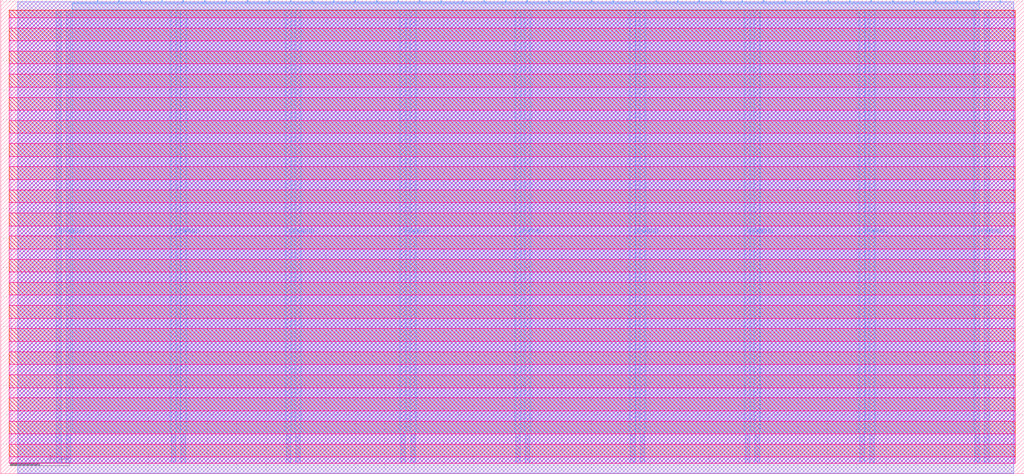
<source format=lef>
VERSION 5.7 ;
  NOWIREEXTENSIONATPIN ON ;
  DIVIDERCHAR "/" ;
  BUSBITCHARS "[]" ;
MACRO tt_um_htfab_vga_tester
  CLASS BLOCK ;
  FOREIGN tt_um_htfab_vga_tester ;
  ORIGIN 0.000 0.000 ;
  SIZE 346.640 BY 160.720 ;
  PIN VGND
    DIRECTION INOUT ;
    USE GROUND ;
    PORT
      LAYER Metal4 ;
        RECT 22.180 3.620 23.780 157.100 ;
    END
    PORT
      LAYER Metal4 ;
        RECT 61.050 3.620 62.650 157.100 ;
    END
    PORT
      LAYER Metal4 ;
        RECT 99.920 3.620 101.520 157.100 ;
    END
    PORT
      LAYER Metal4 ;
        RECT 138.790 3.620 140.390 157.100 ;
    END
    PORT
      LAYER Metal4 ;
        RECT 177.660 3.620 179.260 157.100 ;
    END
    PORT
      LAYER Metal4 ;
        RECT 216.530 3.620 218.130 157.100 ;
    END
    PORT
      LAYER Metal4 ;
        RECT 255.400 3.620 257.000 157.100 ;
    END
    PORT
      LAYER Metal4 ;
        RECT 294.270 3.620 295.870 157.100 ;
    END
    PORT
      LAYER Metal4 ;
        RECT 333.140 3.620 334.740 157.100 ;
    END
  END VGND
  PIN VPWR
    DIRECTION INOUT ;
    USE POWER ;
    PORT
      LAYER Metal4 ;
        RECT 18.880 3.620 20.480 157.100 ;
    END
    PORT
      LAYER Metal4 ;
        RECT 57.750 3.620 59.350 157.100 ;
    END
    PORT
      LAYER Metal4 ;
        RECT 96.620 3.620 98.220 157.100 ;
    END
    PORT
      LAYER Metal4 ;
        RECT 135.490 3.620 137.090 157.100 ;
    END
    PORT
      LAYER Metal4 ;
        RECT 174.360 3.620 175.960 157.100 ;
    END
    PORT
      LAYER Metal4 ;
        RECT 213.230 3.620 214.830 157.100 ;
    END
    PORT
      LAYER Metal4 ;
        RECT 252.100 3.620 253.700 157.100 ;
    END
    PORT
      LAYER Metal4 ;
        RECT 290.970 3.620 292.570 157.100 ;
    END
    PORT
      LAYER Metal4 ;
        RECT 329.840 3.620 331.440 157.100 ;
    END
  END VPWR
  PIN clk
    DIRECTION INPUT ;
    USE SIGNAL ;
    ANTENNAGATEAREA 4.738000 ;
    PORT
      LAYER Metal4 ;
        RECT 331.090 159.720 331.390 160.720 ;
    END
  END clk
  PIN ena
    DIRECTION INPUT ;
    USE SIGNAL ;
    PORT
      LAYER Metal4 ;
        RECT 338.370 159.720 338.670 160.720 ;
    END
  END ena
  PIN rst_n
    DIRECTION INPUT ;
    USE SIGNAL ;
    ANTENNAGATEAREA 0.396000 ;
    PORT
      LAYER Metal4 ;
        RECT 323.810 159.720 324.110 160.720 ;
    END
  END rst_n
  PIN ui_in[0]
    DIRECTION INPUT ;
    USE SIGNAL ;
    PORT
      LAYER Metal4 ;
        RECT 316.530 159.720 316.830 160.720 ;
    END
  END ui_in[0]
  PIN ui_in[1]
    DIRECTION INPUT ;
    USE SIGNAL ;
    PORT
      LAYER Metal4 ;
        RECT 309.250 159.720 309.550 160.720 ;
    END
  END ui_in[1]
  PIN ui_in[2]
    DIRECTION INPUT ;
    USE SIGNAL ;
    PORT
      LAYER Metal4 ;
        RECT 301.970 159.720 302.270 160.720 ;
    END
  END ui_in[2]
  PIN ui_in[3]
    DIRECTION INPUT ;
    USE SIGNAL ;
    PORT
      LAYER Metal4 ;
        RECT 294.690 159.720 294.990 160.720 ;
    END
  END ui_in[3]
  PIN ui_in[4]
    DIRECTION INPUT ;
    USE SIGNAL ;
    PORT
      LAYER Metal4 ;
        RECT 287.410 159.720 287.710 160.720 ;
    END
  END ui_in[4]
  PIN ui_in[5]
    DIRECTION INPUT ;
    USE SIGNAL ;
    PORT
      LAYER Metal4 ;
        RECT 280.130 159.720 280.430 160.720 ;
    END
  END ui_in[5]
  PIN ui_in[6]
    DIRECTION INPUT ;
    USE SIGNAL ;
    PORT
      LAYER Metal4 ;
        RECT 272.850 159.720 273.150 160.720 ;
    END
  END ui_in[6]
  PIN ui_in[7]
    DIRECTION INPUT ;
    USE SIGNAL ;
    PORT
      LAYER Metal4 ;
        RECT 265.570 159.720 265.870 160.720 ;
    END
  END ui_in[7]
  PIN uio_in[0]
    DIRECTION INPUT ;
    USE SIGNAL ;
    PORT
      LAYER Metal4 ;
        RECT 258.290 159.720 258.590 160.720 ;
    END
  END uio_in[0]
  PIN uio_in[1]
    DIRECTION INPUT ;
    USE SIGNAL ;
    PORT
      LAYER Metal4 ;
        RECT 251.010 159.720 251.310 160.720 ;
    END
  END uio_in[1]
  PIN uio_in[2]
    DIRECTION INPUT ;
    USE SIGNAL ;
    PORT
      LAYER Metal4 ;
        RECT 243.730 159.720 244.030 160.720 ;
    END
  END uio_in[2]
  PIN uio_in[3]
    DIRECTION INPUT ;
    USE SIGNAL ;
    PORT
      LAYER Metal4 ;
        RECT 236.450 159.720 236.750 160.720 ;
    END
  END uio_in[3]
  PIN uio_in[4]
    DIRECTION INPUT ;
    USE SIGNAL ;
    ANTENNAGATEAREA 0.396000 ;
    PORT
      LAYER Metal4 ;
        RECT 229.170 159.720 229.470 160.720 ;
    END
  END uio_in[4]
  PIN uio_in[5]
    DIRECTION INPUT ;
    USE SIGNAL ;
    ANTENNAGATEAREA 0.396000 ;
    PORT
      LAYER Metal4 ;
        RECT 221.890 159.720 222.190 160.720 ;
    END
  END uio_in[5]
  PIN uio_in[6]
    DIRECTION INPUT ;
    USE SIGNAL ;
    ANTENNAGATEAREA 0.396000 ;
    PORT
      LAYER Metal4 ;
        RECT 214.610 159.720 214.910 160.720 ;
    END
  END uio_in[6]
  PIN uio_in[7]
    DIRECTION INPUT ;
    USE SIGNAL ;
    PORT
      LAYER Metal4 ;
        RECT 207.330 159.720 207.630 160.720 ;
    END
  END uio_in[7]
  PIN uio_oe[0]
    DIRECTION OUTPUT ;
    USE SIGNAL ;
    ANTENNADIFFAREA 0.360800 ;
    PORT
      LAYER Metal4 ;
        RECT 83.570 159.720 83.870 160.720 ;
    END
  END uio_oe[0]
  PIN uio_oe[1]
    DIRECTION OUTPUT ;
    USE SIGNAL ;
    ANTENNADIFFAREA 0.360800 ;
    PORT
      LAYER Metal4 ;
        RECT 76.290 159.720 76.590 160.720 ;
    END
  END uio_oe[1]
  PIN uio_oe[2]
    DIRECTION OUTPUT ;
    USE SIGNAL ;
    ANTENNADIFFAREA 0.360800 ;
    PORT
      LAYER Metal4 ;
        RECT 69.010 159.720 69.310 160.720 ;
    END
  END uio_oe[2]
  PIN uio_oe[3]
    DIRECTION OUTPUT ;
    USE SIGNAL ;
    ANTENNADIFFAREA 0.536800 ;
    PORT
      LAYER Metal4 ;
        RECT 61.730 159.720 62.030 160.720 ;
    END
  END uio_oe[3]
  PIN uio_oe[4]
    DIRECTION OUTPUT ;
    USE SIGNAL ;
    ANTENNADIFFAREA 0.360800 ;
    PORT
      LAYER Metal4 ;
        RECT 54.450 159.720 54.750 160.720 ;
    END
  END uio_oe[4]
  PIN uio_oe[5]
    DIRECTION OUTPUT ;
    USE SIGNAL ;
    ANTENNADIFFAREA 0.360800 ;
    PORT
      LAYER Metal4 ;
        RECT 47.170 159.720 47.470 160.720 ;
    END
  END uio_oe[5]
  PIN uio_oe[6]
    DIRECTION OUTPUT ;
    USE SIGNAL ;
    ANTENNADIFFAREA 0.360800 ;
    PORT
      LAYER Metal4 ;
        RECT 39.890 159.720 40.190 160.720 ;
    END
  END uio_oe[6]
  PIN uio_oe[7]
    DIRECTION OUTPUT ;
    USE SIGNAL ;
    ANTENNADIFFAREA 0.360800 ;
    PORT
      LAYER Metal4 ;
        RECT 32.610 159.720 32.910 160.720 ;
    END
  END uio_oe[7]
  PIN uio_out[0]
    DIRECTION OUTPUT ;
    USE SIGNAL ;
    ANTENNADIFFAREA 0.360800 ;
    PORT
      LAYER Metal4 ;
        RECT 141.810 159.720 142.110 160.720 ;
    END
  END uio_out[0]
  PIN uio_out[1]
    DIRECTION OUTPUT ;
    USE SIGNAL ;
    ANTENNADIFFAREA 0.360800 ;
    PORT
      LAYER Metal4 ;
        RECT 134.530 159.720 134.830 160.720 ;
    END
  END uio_out[1]
  PIN uio_out[2]
    DIRECTION OUTPUT ;
    USE SIGNAL ;
    ANTENNADIFFAREA 0.360800 ;
    PORT
      LAYER Metal4 ;
        RECT 127.250 159.720 127.550 160.720 ;
    END
  END uio_out[2]
  PIN uio_out[3]
    DIRECTION OUTPUT ;
    USE SIGNAL ;
    ANTENNADIFFAREA 1.986000 ;
    PORT
      LAYER Metal4 ;
        RECT 119.970 159.720 120.270 160.720 ;
    END
  END uio_out[3]
  PIN uio_out[4]
    DIRECTION OUTPUT ;
    USE SIGNAL ;
    ANTENNADIFFAREA 0.360800 ;
    PORT
      LAYER Metal4 ;
        RECT 112.690 159.720 112.990 160.720 ;
    END
  END uio_out[4]
  PIN uio_out[5]
    DIRECTION OUTPUT ;
    USE SIGNAL ;
    ANTENNADIFFAREA 0.360800 ;
    PORT
      LAYER Metal4 ;
        RECT 105.410 159.720 105.710 160.720 ;
    END
  END uio_out[5]
  PIN uio_out[6]
    DIRECTION OUTPUT ;
    USE SIGNAL ;
    ANTENNADIFFAREA 0.360800 ;
    PORT
      LAYER Metal4 ;
        RECT 98.130 159.720 98.430 160.720 ;
    END
  END uio_out[6]
  PIN uio_out[7]
    DIRECTION OUTPUT ;
    USE SIGNAL ;
    ANTENNADIFFAREA 0.360800 ;
    PORT
      LAYER Metal4 ;
        RECT 90.850 159.720 91.150 160.720 ;
    END
  END uio_out[7]
  PIN uo_out[0]
    DIRECTION OUTPUT ;
    USE SIGNAL ;
    ANTENNADIFFAREA 3.879200 ;
    PORT
      LAYER Metal4 ;
        RECT 200.050 159.720 200.350 160.720 ;
    END
  END uo_out[0]
  PIN uo_out[1]
    DIRECTION OUTPUT ;
    USE SIGNAL ;
    ANTENNADIFFAREA 3.879200 ;
    PORT
      LAYER Metal4 ;
        RECT 192.770 159.720 193.070 160.720 ;
    END
  END uo_out[1]
  PIN uo_out[2]
    DIRECTION OUTPUT ;
    USE SIGNAL ;
    ANTENNADIFFAREA 3.879200 ;
    PORT
      LAYER Metal4 ;
        RECT 185.490 159.720 185.790 160.720 ;
    END
  END uo_out[2]
  PIN uo_out[3]
    DIRECTION OUTPUT ;
    USE SIGNAL ;
    ANTENNADIFFAREA 1.986000 ;
    PORT
      LAYER Metal4 ;
        RECT 178.210 159.720 178.510 160.720 ;
    END
  END uo_out[3]
  PIN uo_out[4]
    DIRECTION OUTPUT ;
    USE SIGNAL ;
    ANTENNADIFFAREA 3.879200 ;
    PORT
      LAYER Metal4 ;
        RECT 170.930 159.720 171.230 160.720 ;
    END
  END uo_out[4]
  PIN uo_out[5]
    DIRECTION OUTPUT ;
    USE SIGNAL ;
    ANTENNADIFFAREA 3.879200 ;
    PORT
      LAYER Metal4 ;
        RECT 163.650 159.720 163.950 160.720 ;
    END
  END uo_out[5]
  PIN uo_out[6]
    DIRECTION OUTPUT ;
    USE SIGNAL ;
    ANTENNADIFFAREA 3.879200 ;
    PORT
      LAYER Metal4 ;
        RECT 156.370 159.720 156.670 160.720 ;
    END
  END uo_out[6]
  PIN uo_out[7]
    DIRECTION OUTPUT ;
    USE SIGNAL ;
    ANTENNADIFFAREA 1.986000 ;
    PORT
      LAYER Metal4 ;
        RECT 149.090 159.720 149.390 160.720 ;
    END
  END uo_out[7]
  OBS
      LAYER Nwell ;
        RECT 2.930 154.640 343.710 157.230 ;
      LAYER Pwell ;
        RECT 2.930 151.120 343.710 154.640 ;
      LAYER Nwell ;
        RECT 2.930 146.800 343.710 151.120 ;
      LAYER Pwell ;
        RECT 2.930 143.280 343.710 146.800 ;
      LAYER Nwell ;
        RECT 2.930 138.960 343.710 143.280 ;
      LAYER Pwell ;
        RECT 2.930 135.440 343.710 138.960 ;
      LAYER Nwell ;
        RECT 2.930 131.120 343.710 135.440 ;
      LAYER Pwell ;
        RECT 2.930 127.600 343.710 131.120 ;
      LAYER Nwell ;
        RECT 2.930 123.280 343.710 127.600 ;
      LAYER Pwell ;
        RECT 2.930 119.760 343.710 123.280 ;
      LAYER Nwell ;
        RECT 2.930 115.440 343.710 119.760 ;
      LAYER Pwell ;
        RECT 2.930 111.920 343.710 115.440 ;
      LAYER Nwell ;
        RECT 2.930 107.600 343.710 111.920 ;
      LAYER Pwell ;
        RECT 2.930 104.080 343.710 107.600 ;
      LAYER Nwell ;
        RECT 2.930 99.760 343.710 104.080 ;
      LAYER Pwell ;
        RECT 2.930 96.240 343.710 99.760 ;
      LAYER Nwell ;
        RECT 2.930 91.920 343.710 96.240 ;
      LAYER Pwell ;
        RECT 2.930 88.400 343.710 91.920 ;
      LAYER Nwell ;
        RECT 2.930 84.080 343.710 88.400 ;
      LAYER Pwell ;
        RECT 2.930 80.560 343.710 84.080 ;
      LAYER Nwell ;
        RECT 2.930 76.240 343.710 80.560 ;
      LAYER Pwell ;
        RECT 2.930 72.720 343.710 76.240 ;
      LAYER Nwell ;
        RECT 2.930 68.400 343.710 72.720 ;
      LAYER Pwell ;
        RECT 2.930 64.880 343.710 68.400 ;
      LAYER Nwell ;
        RECT 2.930 60.560 343.710 64.880 ;
      LAYER Pwell ;
        RECT 2.930 57.040 343.710 60.560 ;
      LAYER Nwell ;
        RECT 2.930 52.720 343.710 57.040 ;
      LAYER Pwell ;
        RECT 2.930 49.200 343.710 52.720 ;
      LAYER Nwell ;
        RECT 2.930 44.880 343.710 49.200 ;
      LAYER Pwell ;
        RECT 2.930 41.360 343.710 44.880 ;
      LAYER Nwell ;
        RECT 2.930 37.040 343.710 41.360 ;
      LAYER Pwell ;
        RECT 2.930 33.520 343.710 37.040 ;
      LAYER Nwell ;
        RECT 2.930 29.200 343.710 33.520 ;
      LAYER Pwell ;
        RECT 2.930 25.680 343.710 29.200 ;
      LAYER Nwell ;
        RECT 2.930 21.360 343.710 25.680 ;
      LAYER Pwell ;
        RECT 2.930 17.840 343.710 21.360 ;
      LAYER Nwell ;
        RECT 2.930 13.520 343.710 17.840 ;
      LAYER Pwell ;
        RECT 2.930 10.000 343.710 13.520 ;
      LAYER Nwell ;
        RECT 2.930 5.680 343.710 10.000 ;
      LAYER Pwell ;
        RECT 2.930 3.490 343.710 5.680 ;
      LAYER Metal1 ;
        RECT 3.360 3.620 343.280 157.100 ;
      LAYER Metal2 ;
        RECT 5.740 0.090 343.140 160.070 ;
      LAYER Metal3 ;
        RECT 5.690 0.140 343.190 160.020 ;
      LAYER Metal4 ;
        RECT 24.220 159.420 32.310 159.720 ;
        RECT 33.210 159.420 39.590 159.720 ;
        RECT 40.490 159.420 46.870 159.720 ;
        RECT 47.770 159.420 54.150 159.720 ;
        RECT 55.050 159.420 61.430 159.720 ;
        RECT 62.330 159.420 68.710 159.720 ;
        RECT 69.610 159.420 75.990 159.720 ;
        RECT 76.890 159.420 83.270 159.720 ;
        RECT 84.170 159.420 90.550 159.720 ;
        RECT 91.450 159.420 97.830 159.720 ;
        RECT 98.730 159.420 105.110 159.720 ;
        RECT 106.010 159.420 112.390 159.720 ;
        RECT 113.290 159.420 119.670 159.720 ;
        RECT 120.570 159.420 126.950 159.720 ;
        RECT 127.850 159.420 134.230 159.720 ;
        RECT 135.130 159.420 141.510 159.720 ;
        RECT 142.410 159.420 148.790 159.720 ;
        RECT 149.690 159.420 156.070 159.720 ;
        RECT 156.970 159.420 163.350 159.720 ;
        RECT 164.250 159.420 170.630 159.720 ;
        RECT 171.530 159.420 177.910 159.720 ;
        RECT 178.810 159.420 185.190 159.720 ;
        RECT 186.090 159.420 192.470 159.720 ;
        RECT 193.370 159.420 199.750 159.720 ;
        RECT 200.650 159.420 207.030 159.720 ;
        RECT 207.930 159.420 214.310 159.720 ;
        RECT 215.210 159.420 221.590 159.720 ;
        RECT 222.490 159.420 228.870 159.720 ;
        RECT 229.770 159.420 236.150 159.720 ;
        RECT 237.050 159.420 243.430 159.720 ;
        RECT 244.330 159.420 250.710 159.720 ;
        RECT 251.610 159.420 257.990 159.720 ;
        RECT 258.890 159.420 265.270 159.720 ;
        RECT 266.170 159.420 272.550 159.720 ;
        RECT 273.450 159.420 279.830 159.720 ;
        RECT 280.730 159.420 287.110 159.720 ;
        RECT 288.010 159.420 294.390 159.720 ;
        RECT 295.290 159.420 301.670 159.720 ;
        RECT 302.570 159.420 308.950 159.720 ;
        RECT 309.850 159.420 316.230 159.720 ;
        RECT 317.130 159.420 323.510 159.720 ;
        RECT 324.410 159.420 330.790 159.720 ;
        RECT 24.220 157.400 331.380 159.420 ;
        RECT 24.220 14.090 57.450 157.400 ;
        RECT 59.650 14.090 60.750 157.400 ;
        RECT 62.950 14.090 96.320 157.400 ;
        RECT 98.520 14.090 99.620 157.400 ;
        RECT 101.820 14.090 135.190 157.400 ;
        RECT 137.390 14.090 138.490 157.400 ;
        RECT 140.690 14.090 174.060 157.400 ;
        RECT 176.260 14.090 177.360 157.400 ;
        RECT 179.560 14.090 212.930 157.400 ;
        RECT 215.130 14.090 216.230 157.400 ;
        RECT 218.430 14.090 251.800 157.400 ;
        RECT 254.000 14.090 255.100 157.400 ;
        RECT 257.300 14.090 290.670 157.400 ;
        RECT 292.870 14.090 293.970 157.400 ;
        RECT 296.170 14.090 329.540 157.400 ;
  END
END tt_um_htfab_vga_tester
END LIBRARY


</source>
